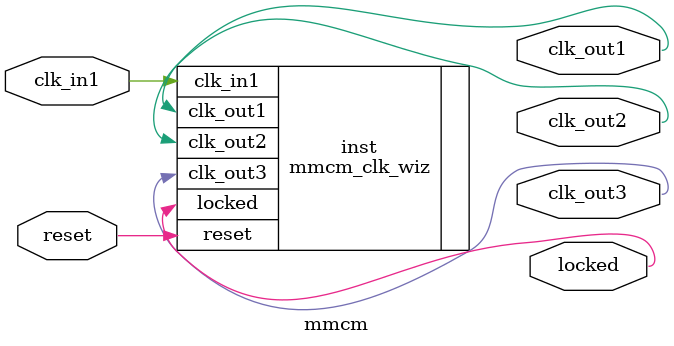
<source format=v>


`timescale 1ps/1ps

(* CORE_GENERATION_INFO = "mmcm,clk_wiz_v6_0_3_0_0,{component_name=mmcm,use_phase_alignment=true,use_min_o_jitter=true,use_max_i_jitter=false,use_dyn_phase_shift=false,use_inclk_switchover=false,use_dyn_reconfig=false,enable_axi=0,feedback_source=FDBK_AUTO,PRIMITIVE=MMCM,num_out_clk=3,clkin1_period=20.000,clkin2_period=10.0,use_power_down=false,use_reset=true,use_locked=true,use_inclk_stopped=false,feedback_type=SINGLE,CLOCK_MGR_TYPE=NA,manual_override=false}" *)

module mmcm 
 (
  // Clock out ports
  output        clk_out1,
  output        clk_out2,
  output        clk_out3,
  // Status and control signals
  input         reset,
  output        locked,
 // Clock in ports
  input         clk_in1
 );

  mmcm_clk_wiz inst
  (
  // Clock out ports  
  .clk_out1(clk_out1),
  .clk_out2(clk_out2),
  .clk_out3(clk_out3),
  // Status and control signals               
  .reset(reset), 
  .locked(locked),
 // Clock in ports
  .clk_in1(clk_in1)
  );

endmodule

</source>
